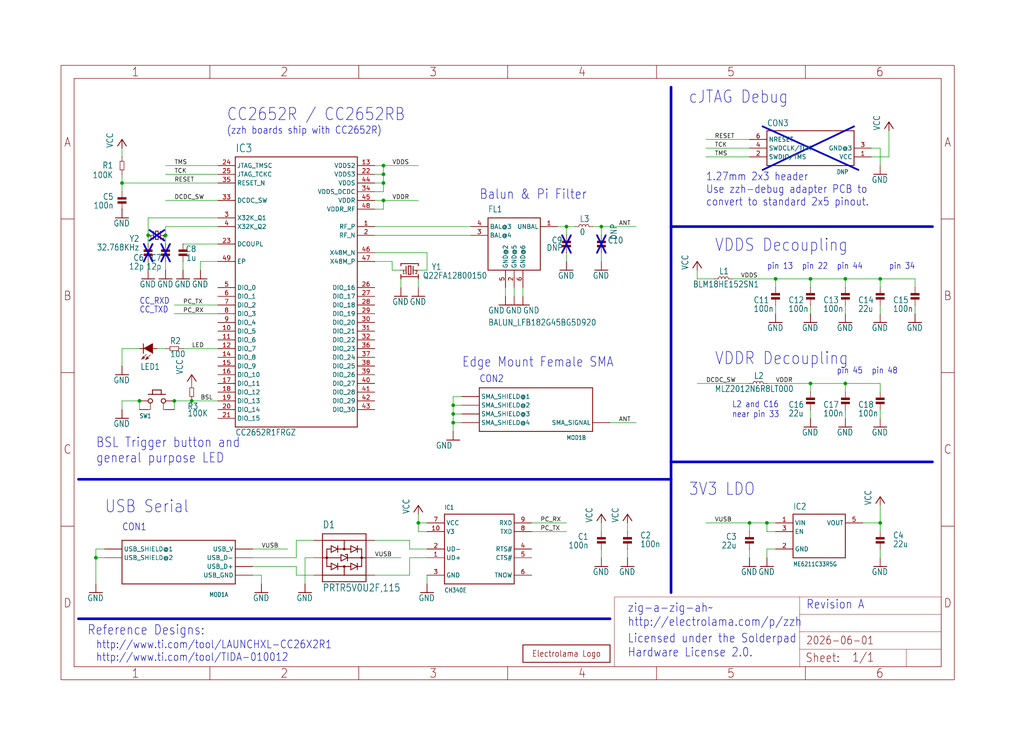
<source format=kicad_sch>
(kicad_sch (version 20230121) (generator eeschema)
  (paper "User" 298.45 217.17)
  (lib_symbols
    (symbol "working-eagle-import:32.768KHZ_Q13FC1350000400"
      (property "Reference" "Y" (at -2.54 5.08 0))
      (symbol "32.768KHZ_Q13FC1350000400_1_0"
        (text "1" (at -2.159 -1.143 0) (effects (font (size 0.8636 0.734)) (justify left bottom)))
        (text "2" (at 1.524 -1.143 0) (effects (font (size 0.8636 0.734)) (justify left bottom)))
        (pin passive line (at -2.54 0 0) (length 0) (name "1") (number "1"))
        (pin passive line (at 2.54 0 180) (length 0) (name "2") (number "2"))
      )
    )
    (symbol "working-eagle-import:48.000MHZ_CX2016DB48000C0FPLC1"
      (property "Reference" "Y" (at -2.54 5.08 0))
      (symbol "48.000MHZ_CX2016DB48000C0FPLC1_1_0"
        (text "1" (at -2.159 -1.143 0) (effects (font (size 0.8636 0.734)) (justify left bottom)))
        (text "2" (at 1.524 -1.143 0) (effects (font (size 0.8636 0.734)) (justify left bottom)))
        (pin passive line (at -2.54 0 0) (length 0) (name "1") (number "1"))
        (pin bidirectional line (at -2.54 -2.54 90) (length 0) (name "2") (number "2"))
        (pin passive line (at 2.54 0 180) (length 0) (name "3") (number "3"))
        (pin bidirectional line (at 2.54 -2.54 90) (length 0) (name "4") (number "4"))
      )
    )
    (symbol "working-eagle-import:A4L-LOC"
      (symbol "A4L-LOC_1_0"
        (text "${#}/${##}" (at 230.505 5.08 0) (effects (font (size 2.54 2.159)) (justify left bottom)))
        (text "${CURRENT_DATE}" (at 217.17 10.16 0) (effects (font (size 2.286 1.9431)) (justify left bottom)))
        (text "${PROJECTNAME}" (at 217.17 15.24 0) (effects (font (size 2.54 2.159)) (justify left bottom)))
        (text "1" (at 21.6958 1.905 0) (effects (font (size 2.54 2.286))))
        (text "1" (at 21.6958 177.165 0) (effects (font (size 2.54 2.286))))
        (text "2" (at 65.0875 1.905 0) (effects (font (size 2.54 2.286))))
        (text "2" (at 65.0875 177.165 0) (effects (font (size 2.54 2.286))))
        (text "3" (at 108.4792 1.905 0) (effects (font (size 2.54 2.286))))
        (text "3" (at 108.4792 177.165 0) (effects (font (size 2.54 2.286))))
        (text "4" (at 151.8708 1.905 0) (effects (font (size 2.54 2.286))))
        (text "4" (at 151.8708 177.165 0) (effects (font (size 2.54 2.286))))
        (text "5" (at 195.2625 1.905 0) (effects (font (size 2.54 2.286))))
        (text "5" (at 195.2625 177.165 0) (effects (font (size 2.54 2.286))))
        (text "6" (at 238.6542 1.905 0) (effects (font (size 2.54 2.286))))
        (text "6" (at 238.6542 177.165 0) (effects (font (size 2.54 2.286))))
        (text "A" (at 1.905 156.6863 0) (effects (font (size 2.54 2.286))))
        (text "A" (at 258.445 156.6863 0) (effects (font (size 2.54 2.286))))
        (text "B" (at 1.905 111.9188 0) (effects (font (size 2.54 2.286))))
        (text "B" (at 258.445 111.9188 0) (effects (font (size 2.54 2.286))))
        (text "C" (at 1.905 67.1513 0) (effects (font (size 2.54 2.286))))
        (text "C" (at 258.445 67.1513 0) (effects (font (size 2.54 2.286))))
        (text "D" (at 1.905 22.3838 0) (effects (font (size 2.54 2.286))))
        (text "D" (at 258.445 22.3838 0) (effects (font (size 2.54 2.286))))
        (text "Sheet:" (at 216.916 4.953 0) (effects (font (size 2.54 2.159)) (justify left bottom)))
      )
    )
    (symbol "working-eagle-import:BALUN_LFB182G45BG5D920"
      (property "Reference" "FL" (at -7.62 7.62 0))
      (symbol "BALUN_LFB182G45BG5D920_1_0"
        (pin bidirectional line (at 12.7 2.54 180) (length 5.08) (name "UNBAL") (number "1"))
        (pin bidirectional line (at 0 -15.24 90) (length 5.08) (name "GND@5") (number "2"))
        (pin bidirectional line (at -12.7 0 0) (length 5.08) (name "BAL@4") (number "3"))
        (pin bidirectional line (at -12.7 2.54 0) (length 5.08) (name "BAL@3") (number "4"))
        (pin bidirectional line (at -2.54 -15.24 90) (length 5.08) (name "GND@2") (number "5"))
        (pin bidirectional line (at 2.54 -15.24 90) (length 5.08) (name "GND@6") (number "6"))
      )
    )
    (symbol "working-eagle-import:CAP-0402"
      (property "Reference" "C" (at -2.54 2.54 0))
      (symbol "CAP-0402_1_0"
        (pin passive line (at -2.54 0 0) (length 0) (name "1") (number "1"))
        (pin passive line (at 2.54 0 180) (length 0) (name "2") (number "2"))
      )
    )
    (symbol "working-eagle-import:CAP-0805"
      (property "Reference" "C" (at -2.54 2.54 0))
      (symbol "CAP-0805_1_0"
        (pin passive line (at -2.54 0 0) (length 0) (name "1") (number "1"))
        (pin passive line (at 2.54 0 180) (length 0) (name "2") (number "2"))
      )
    )
    (symbol "working-eagle-import:DEBUG_CORTEX-SWD/CJTAG-5PIN-CUT5"
      (property "Reference" "CON" (at -12.7 6.35 0))
      (symbol "DEBUG_CORTEX-SWD/CJTAG-5PIN-CUT5_1_0"
        (pin bidirectional line (at 17.78 -2.54 180) (length 5.08) (name "VCC") (number "1"))
        (pin bidirectional line (at -17.78 -2.54 0) (length 5.08) (name "SWDIO/TMS") (number "2"))
        (pin bidirectional line (at 17.78 0 180) (length 5.08) (name "GND@3") (number "3"))
        (pin bidirectional line (at -17.78 0 0) (length 5.08) (name "SWDCLK/TCK") (number "4"))
        (pin bidirectional line (at -17.78 2.54 0) (length 5.08) (name "NRESET") (number "6"))
      )
    )
    (symbol "working-eagle-import:DIODE-TVS-PRTR5V0U2F{dblquote}"
      (property "Reference" "D" (at -5.08 8.255 0))
      (symbol "DIODE-TVS-PRTR5V0U2F{dblquote}_1_0"
        (pin passive line (at -7.62 5.08 0) (length 2.54) (name "1") (number "1"))
        (pin passive line (at -7.62 0 0) (length 2.54) (name "2") (number "2"))
        (pin passive line (at -7.62 -5.08 0) (length 2.54) (name "3") (number "3"))
        (pin passive line (at 10.16 -5.08 180) (length 2.54) (name "4") (number "4"))
        (pin passive line (at 10.16 0 180) (length 2.54) (name "5") (number "5"))
        (pin passive line (at 10.16 5.08 180) (length 2.54) (name "6") (number "6"))
      )
    )
    (symbol "working-eagle-import:GND" (power)
      (property "Value" "GND" (at -2.54 -2.54 0))
      (symbol "GND_1_0"
        (pin power_in line (at 0 2.54 270) (length 2.54) (name "GND") (number "1"))
      )
    )
    (symbol "working-eagle-import:INDUCTOR-0402"
      (property "Reference" "L" (at -2.54 1.27 0))
      (symbol "INDUCTOR-0402_1_0"
        (pin passive line (at -2.54 0 0) (length 0) (name "1") (number "1"))
        (pin passive line (at 2.54 0 180) (length 0) (name "2") (number "2"))
      )
    )
    (symbol "working-eagle-import:INDUCTOR-0603"
      (property "Reference" "L" (at -2.54 1.27 0))
      (symbol "INDUCTOR-0603_1_0"
        (pin passive line (at -2.54 0 0) (length 0) (name "1") (number "1"))
        (pin passive line (at 2.54 0 180) (length 0) (name "2") (number "2"))
      )
    )
    (symbol "working-eagle-import:INDUCTOR-0805"
      (property "Reference" "L" (at -2.54 1.27 0))
      (symbol "INDUCTOR-0805_1_0"
        (pin passive line (at -2.54 0 0) (length 0) (name "1") (number "1"))
        (pin passive line (at 2.54 0 180) (length 0) (name "2") (number "2"))
      )
    )
    (symbol "working-eagle-import:INTERFACE-CH340E"
      (property "Reference" "U" (at -10.16 11.43 0))
      (symbol "INTERFACE-CH340E_1_0"
        (pin bidirectional line (at -15.24 -2.54 0) (length 5.08) (name "UD+") (number "1"))
        (pin bidirectional line (at -15.24 5.08 0) (length 5.08) (name "V3") (number "10"))
        (pin bidirectional line (at -15.24 0 0) (length 5.08) (name "UD-") (number "2"))
        (pin bidirectional line (at -15.24 -7.62 0) (length 5.08) (name "GND") (number "3"))
        (pin bidirectional line (at 15.24 0 180) (length 5.08) (name "RTS#") (number "4"))
        (pin bidirectional line (at 15.24 -2.54 180) (length 5.08) (name "CTS#") (number "5"))
        (pin bidirectional line (at 15.24 -7.62 180) (length 5.08) (name "TNOW") (number "6"))
        (pin bidirectional line (at -15.24 7.62 0) (length 5.08) (name "VCC") (number "7"))
        (pin bidirectional line (at 15.24 5.08 180) (length 5.08) (name "TXD") (number "8"))
        (pin bidirectional line (at 15.24 7.62 180) (length 5.08) (name "RXD") (number "9"))
      )
    )
    (symbol "working-eagle-import:LED-0603"
      (property "Reference" "LED" (at -2.3114 3.9116 0))
      (symbol "LED-0603_1_0"
        (pin passive line (at -2.54 0 0) (length 2.54) (name "A") (number "A"))
        (pin passive line (at 2.54 0 180) (length 2.54) (name "C") (number "C"))
      )
    )
    (symbol "working-eagle-import:LOGO-ELECTROLAMA"
      (symbol "LOGO-ELECTROLAMA_1_0"
        (text "Electrolama Logo" (at 0 0 0) (effects (font (size 1.778 1.5113))))
      )
    )
    (symbol "working-eagle-import:POWER-LDO-ME6211C33R5G"
      (property "Reference" "IC" (at -7.62 6.35 0))
      (symbol "POWER-LDO-ME6211C33R5G_1_0"
        (pin bidirectional line (at -12.7 2.54 0) (length 5.08) (name "VIN") (number "1"))
        (pin bidirectional line (at -12.7 -5.08 0) (length 5.08) (name "GND") (number "2"))
        (pin bidirectional line (at -12.7 0 0) (length 5.08) (name "EN") (number "3"))
        (pin bidirectional line (at 12.7 2.54 180) (length 5.08) (name "VOUT") (number "5"))
      )
    )
    (symbol "working-eagle-import:PUSHBUTTON-K2-1177SW-D4DW-06"
      (property "Reference" "SW" (at 3.175 3.175 0))
      (symbol "PUSHBUTTON-K2-1177SW-D4DW-06_1_0"
        (pin bidirectional line (at -5.08 0 0) (length 2.54) (name "1_1") (number "1"))
        (pin bidirectional line (at -5.08 -2.54 0) (length 2.54) (name "1_2") (number "2"))
        (pin bidirectional line (at 5.08 0 180) (length 2.54) (name "2_1") (number "3"))
        (pin bidirectional line (at 5.08 -2.54 180) (length 2.54) (name "2_2") (number "4"))
      )
    )
    (symbol "working-eagle-import:RES-0402"
      (property "Reference" "R" (at -2.54 1.27 0))
      (symbol "RES-0402_1_0"
        (pin passive line (at -2.54 0 0) (length 0) (name "1") (number "1"))
        (pin passive line (at 2.54 0 180) (length 0) (name "2") (number "2"))
      )
    )
    (symbol "working-eagle-import:VCC" (power)
      (property "Value" "VCC" (at -2.54 -2.54 90))
      (symbol "VCC_1_0"
        (pin power_in line (at 0 -2.54 90) (length 2.54) (name "VCC") (number "1"))
      )
    )
    (symbol "working-eagle-import:WMCU-CC2652R1FRGZ"
      (property "Reference" "IC" (at -17.78 39.37 0))
      (symbol "WMCU-CC2652R1FRGZ_1_0"
        (pin bidirectional line (at 22.86 17.78 180) (length 5.08) (name "RF_P") (number "1"))
        (pin bidirectional line (at -22.86 -12.7 0) (length 5.08) (name "DIO_5") (number "10"))
        (pin bidirectional line (at -22.86 -15.24 0) (length 5.08) (name "DIO_6") (number "11"))
        (pin bidirectional line (at -22.86 -17.78 0) (length 5.08) (name "DIO_7") (number "12"))
        (pin bidirectional line (at 22.86 35.56 180) (length 5.08) (name "VDDS2") (number "13"))
        (pin bidirectional line (at -22.86 -20.32 0) (length 5.08) (name "DIO_8") (number "14"))
        (pin bidirectional line (at -22.86 -22.86 0) (length 5.08) (name "DIO_9") (number "15"))
        (pin bidirectional line (at -22.86 -25.4 0) (length 5.08) (name "DIO_10") (number "16"))
        (pin bidirectional line (at -22.86 -27.94 0) (length 5.08) (name "DIO_11") (number "17"))
        (pin bidirectional line (at -22.86 -30.48 0) (length 5.08) (name "DIO_12") (number "18"))
        (pin bidirectional line (at -22.86 -33.02 0) (length 5.08) (name "DIO_13") (number "19"))
        (pin bidirectional line (at 22.86 15.24 180) (length 5.08) (name "RF_N") (number "2"))
        (pin bidirectional line (at -22.86 -35.56 0) (length 5.08) (name "DIO_14") (number "20"))
        (pin bidirectional line (at -22.86 -38.1 0) (length 5.08) (name "DIO_15") (number "21"))
        (pin bidirectional line (at 22.86 33.02 180) (length 5.08) (name "VDDS3") (number "22"))
        (pin bidirectional line (at -22.86 12.7 0) (length 5.08) (name "DCOUPL") (number "23"))
        (pin bidirectional line (at -22.86 35.56 0) (length 5.08) (name "JTAG_TMSC") (number "24"))
        (pin bidirectional line (at -22.86 33.02 0) (length 5.08) (name "JTAG_TCKC") (number "25"))
        (pin bidirectional line (at 22.86 0 180) (length 5.08) (name "DIO_16") (number "26"))
        (pin bidirectional line (at 22.86 -2.54 180) (length 5.08) (name "DIO_17") (number "27"))
        (pin bidirectional line (at 22.86 -5.08 180) (length 5.08) (name "DIO_18") (number "28"))
        (pin bidirectional line (at 22.86 -7.62 180) (length 5.08) (name "DIO_19") (number "29"))
        (pin bidirectional line (at -22.86 20.32 0) (length 5.08) (name "X32K_Q1") (number "3"))
        (pin bidirectional line (at 22.86 -10.16 180) (length 5.08) (name "DIO_20") (number "30"))
        (pin bidirectional line (at 22.86 -12.7 180) (length 5.08) (name "DIO_21") (number "31"))
        (pin bidirectional line (at 22.86 -15.24 180) (length 5.08) (name "DIO_22") (number "32"))
        (pin bidirectional line (at -22.86 25.4 0) (length 5.08) (name "DCDC_SW") (number "33"))
        (pin bidirectional line (at 22.86 27.94 180) (length 5.08) (name "VDDS_DCDC") (number "34"))
        (pin bidirectional line (at -22.86 30.48 0) (length 5.08) (name "RESET_N") (number "35"))
        (pin bidirectional line (at 22.86 -17.78 180) (length 5.08) (name "DIO_23") (number "36"))
        (pin bidirectional line (at 22.86 -20.32 180) (length 5.08) (name "DIO_24") (number "37"))
        (pin bidirectional line (at 22.86 -22.86 180) (length 5.08) (name "DIO_25") (number "38"))
        (pin bidirectional line (at 22.86 -25.4 180) (length 5.08) (name "DIO_26") (number "39"))
        (pin bidirectional line (at -22.86 17.78 0) (length 5.08) (name "X32K_Q2") (number "4"))
        (pin bidirectional line (at 22.86 -27.94 180) (length 5.08) (name "DIO_27") (number "40"))
        (pin bidirectional line (at 22.86 -30.48 180) (length 5.08) (name "DIO_28") (number "41"))
        (pin bidirectional line (at 22.86 -33.02 180) (length 5.08) (name "DIO_29") (number "42"))
        (pin bidirectional line (at 22.86 -35.56 180) (length 5.08) (name "DIO_30") (number "43"))
        (pin bidirectional line (at 22.86 30.48 180) (length 5.08) (name "VDDS") (number "44"))
        (pin bidirectional line (at 22.86 25.4 180) (length 5.08) (name "VDDR") (number "45"))
        (pin bidirectional line (at 22.86 10.16 180) (length 5.08) (name "X48M_N") (number "46"))
        (pin bidirectional line (at 22.86 7.62 180) (length 5.08) (name "X48M_P") (number "47"))
        (pin bidirectional line (at 22.86 22.86 180) (length 5.08) (name "VDDR_RF") (number "48"))
        (pin bidirectional line (at -22.86 7.62 0) (length 5.08) (name "EP") (number "49"))
        (pin bidirectional line (at -22.86 0 0) (length 5.08) (name "DIO_0") (number "5"))
        (pin bidirectional line (at -22.86 -2.54 0) (length 5.08) (name "DIO_1") (number "6"))
        (pin bidirectional line (at -22.86 -5.08 0) (length 5.08) (name "DIO_2") (number "7"))
        (pin bidirectional line (at -22.86 -7.62 0) (length 5.08) (name "DIO_3") (number "8"))
        (pin bidirectional line (at -22.86 -10.16 0) (length 5.08) (name "DIO_4") (number "9"))
      )
    )
    (symbol "working-eagle-import:ZZH_MODULE"
      (property "Reference" "MOD" (at -17.78 6.35 0))
      (symbol "ZZH_MODULE_1_0"
        (pin bidirectional line (at 20.32 -2.54 180) (length 5.08) (name "USB_D+") (number "USB_D+"))
        (pin bidirectional line (at 20.32 0 180) (length 5.08) (name "USB_D-") (number "USB_D-"))
        (pin bidirectional line (at 20.32 -5.08 180) (length 5.08) (name "USB_GND") (number "USB_GND"))
        (pin bidirectional line (at -22.86 2.54 0) (length 5.08) (name "USB_SHIELD@1") (number "USB_SHIELD_1"))
        (pin bidirectional line (at -22.86 0 0) (length 5.08) (name "USB_SHIELD@2") (number "USB_SHIELD_2"))
        (pin bidirectional line (at 20.32 2.54 180) (length 5.08) (name "USB_V") (number "USB_V"))
      )
      (symbol "ZZH_MODULE_2_0"
        (pin bidirectional line (at -22.86 2.54 0) (length 5.08) (name "SMA_SHIELD@1") (number "SMA_SHIELD_1"))
        (pin bidirectional line (at -22.86 0 0) (length 5.08) (name "SMA_SHIELD@2") (number "SMA_SHIELD_2"))
        (pin bidirectional line (at -22.86 -2.54 0) (length 5.08) (name "SMA_SHIELD@3") (number "SMA_SHIELD_3"))
        (pin bidirectional line (at -22.86 -5.08 0) (length 5.08) (name "SMA_SHIELD@4") (number "SMA_SHIELD_4"))
        (pin bidirectional line (at 20.32 -5.08 180) (length 5.08) (name "SMA_SIGNAL") (number "SMA_SIGNAL"))
      )
    )
  )
  (junction (at 165.1 66.04))
  (junction (at 236.22 81.28))
  (junction (at 256.54 81.28))
  (junction (at 27.94 162.56))
  (junction (at 246.38 111.76))
  (junction (at 132.08 120.65))
  (junction (at 55.88 116.84))
  (junction (at 132.08 118.11))
  (junction (at 132.08 123.19))
  (junction (at 40.64 116.84))
  (junction (at 218.44 152.4))
  (junction (at 236.22 111.76))
  (junction (at 48.26 68.58))
  (junction (at 111.76 50.8))
  (junction (at 223.52 152.4))
  (junction (at 111.76 58.42))
  (junction (at 111.76 53.34))
  (junction (at 43.18 68.58))
  (junction (at 256.54 152.4))
  (junction (at 175.26 66.04))
  (junction (at 121.92 152.4))
  (junction (at 246.38 81.28))
  (junction (at 226.06 81.28))
  (junction (at 35.56 53.34))
  (junction (at 111.76 48.26))
  (junction (at 50.8 116.84))
  (wire (pts (xy 218.44 40.64) (xy 205.74 40.64)) (stroke (width 0.1524)))
  (wire (pts (xy 134.62 123.19) (xy 132.08 123.19)) (stroke (width 0.1524)))
  (wire (pts (xy 165.1 76.2) (xy 165.1 73.66)) (stroke (width 0.1524)))
  (wire (pts (xy 256.54 91.44) (xy 256.54 88.9)) (stroke (width 0.1524)))
  (wire (pts (xy 256.54 160.02) (xy 256.54 162.56)) (stroke (width 0.1524)))
  (wire (pts (xy 165.1 68.58) (xy 165.1 66.04)) (stroke (width 0.1524)))
  (wire (pts (xy 246.38 111.76) (xy 256.54 111.76)) (stroke (width 0.1524)))
  (polyline (pts (xy 195.58 139.7) (xy 195.58 172.72)) (stroke (width 0.762) (type solid)))
  (wire (pts (xy 236.22 111.76) (xy 246.38 111.76)) (stroke (width 0.1524)))
  (wire (pts (xy 134.62 118.11) (xy 132.08 118.11)) (stroke (width 0.1524)))
  (wire (pts (xy 256.54 152.4) (xy 256.54 154.94)) (stroke (width 0.1524)))
  (wire (pts (xy 119.38 162.56) (xy 119.38 167.64)) (stroke (width 0.1524)))
  (wire (pts (xy 154.94 154.94) (xy 165.1 154.94)) (stroke (width 0.1524)))
  (wire (pts (xy 124.46 73.66) (xy 124.46 78.74)) (stroke (width 0.1524)))
  (wire (pts (xy 48.26 71.12) (xy 48.26 68.58)) (stroke (width 0.1524)))
  (wire (pts (xy 63.5 48.26) (xy 48.26 48.26)) (stroke (width 0.1524)))
  (wire (pts (xy 203.2 81.28) (xy 203.2 78.74)) (stroke (width 0.1524)))
  (polyline (pts (xy 195.58 134.62) (xy 271.78 134.62)) (stroke (width 0.762) (type solid)))
  (wire (pts (xy 53.34 76.2) (xy 53.34 78.74)) (stroke (width 0.1524)))
  (polyline (pts (xy 195.58 66.04) (xy 271.78 66.04)) (stroke (width 0.762) (type solid)))
  (wire (pts (xy 116.84 83.82) (xy 116.84 81.28)) (stroke (width 0.1524)))
  (wire (pts (xy 152.4 86.36) (xy 152.4 83.82)) (stroke (width 0.1524)))
  (wire (pts (xy 254 45.72) (xy 259.08 45.72)) (stroke (width 0.1524)))
  (wire (pts (xy 40.64 116.84) (xy 35.56 116.84)) (stroke (width 0.1524)))
  (wire (pts (xy 124.46 154.94) (xy 121.92 154.94)) (stroke (width 0.1524)))
  (wire (pts (xy 259.08 45.72) (xy 259.08 38.1)) (stroke (width 0.1524)))
  (wire (pts (xy 226.06 160.02) (xy 223.52 160.02)) (stroke (width 0.1524)))
  (wire (pts (xy 223.52 152.4) (xy 226.06 152.4)) (stroke (width 0.1524)))
  (polyline (pts (xy 49.53 71.12) (xy 46.99 76.2)) (stroke (width 0.508) (type solid)))
  (wire (pts (xy 165.1 66.04) (xy 162.56 66.04)) (stroke (width 0.1524)))
  (wire (pts (xy 63.5 58.42) (xy 48.26 58.42)) (stroke (width 0.1524)))
  (wire (pts (xy 236.22 81.28) (xy 246.38 81.28)) (stroke (width 0.1524)))
  (wire (pts (xy 73.66 160.02) (xy 83.82 160.02)) (stroke (width 0.1524)))
  (wire (pts (xy 53.34 101.6) (xy 63.5 101.6)) (stroke (width 0.1524)))
  (wire (pts (xy 226.06 83.82) (xy 226.06 81.28)) (stroke (width 0.1524)))
  (wire (pts (xy 182.88 152.4) (xy 182.88 154.94)) (stroke (width 0.1524)))
  (wire (pts (xy 50.8 116.84) (xy 55.88 116.84)) (stroke (width 0.1524)))
  (polyline (pts (xy 44.45 71.12) (xy 41.91 76.2)) (stroke (width 0.508) (type solid)))
  (wire (pts (xy 109.22 48.26) (xy 111.76 48.26)) (stroke (width 0.1524)))
  (wire (pts (xy 246.38 83.82) (xy 246.38 81.28)) (stroke (width 0.1524)))
  (wire (pts (xy 223.52 111.76) (xy 236.22 111.76)) (stroke (width 0.1524)))
  (wire (pts (xy 40.64 101.6) (xy 35.56 101.6)) (stroke (width 0.1524)))
  (wire (pts (xy 132.08 120.65) (xy 132.08 123.19)) (stroke (width 0.1524)))
  (wire (pts (xy 86.36 157.48) (xy 91.44 157.48)) (stroke (width 0.1524)))
  (wire (pts (xy 137.16 66.04) (xy 109.22 66.04)) (stroke (width 0.1524)))
  (wire (pts (xy 45.72 101.6) (xy 48.26 101.6)) (stroke (width 0.1524)))
  (wire (pts (xy 121.92 154.94) (xy 121.92 152.4)) (stroke (width 0.1524)))
  (wire (pts (xy 256.54 43.18) (xy 254 43.18)) (stroke (width 0.1524)))
  (wire (pts (xy 137.16 68.58) (xy 109.22 68.58)) (stroke (width 0.1524)))
  (wire (pts (xy 246.38 81.28) (xy 256.54 81.28)) (stroke (width 0.1524)))
  (wire (pts (xy 73.66 167.64) (xy 76.2 167.64)) (stroke (width 0.1524)))
  (wire (pts (xy 154.94 152.4) (xy 165.1 152.4)) (stroke (width 0.1524)))
  (wire (pts (xy 43.18 71.12) (xy 43.18 68.58)) (stroke (width 0.1524)))
  (wire (pts (xy 246.38 121.92) (xy 246.38 119.38)) (stroke (width 0.1524)))
  (polyline (pts (xy 166.37 68.58) (xy 163.83 73.66)) (stroke (width 0.508) (type solid)))
  (wire (pts (xy 226.06 91.44) (xy 226.06 88.9)) (stroke (width 0.1524)))
  (wire (pts (xy 109.22 60.96) (xy 111.76 60.96)) (stroke (width 0.1524)))
  (wire (pts (xy 175.26 162.56) (xy 175.26 160.02)) (stroke (width 0.1524)))
  (wire (pts (xy 175.26 152.4) (xy 175.26 154.94)) (stroke (width 0.1524)))
  (wire (pts (xy 266.7 91.44) (xy 266.7 88.9)) (stroke (width 0.1524)))
  (wire (pts (xy 88.9 162.56) (xy 88.9 170.18)) (stroke (width 0.1524)))
  (wire (pts (xy 35.56 116.84) (xy 35.56 119.38)) (stroke (width 0.1524)))
  (wire (pts (xy 256.54 43.18) (xy 256.54 48.26)) (stroke (width 0.1524)))
  (wire (pts (xy 226.06 154.94) (xy 223.52 154.94)) (stroke (width 0.1524)))
  (wire (pts (xy 86.36 162.56) (xy 86.36 157.48)) (stroke (width 0.1524)))
  (wire (pts (xy 236.22 114.3) (xy 236.22 111.76)) (stroke (width 0.1524)))
  (wire (pts (xy 111.76 58.42) (xy 121.92 58.42)) (stroke (width 0.1524)))
  (polyline (pts (xy 195.58 25.4) (xy 195.58 66.04)) (stroke (width 0.762) (type solid)))
  (wire (pts (xy 256.54 111.76) (xy 256.54 114.3)) (stroke (width 0.1524)))
  (wire (pts (xy 121.92 83.82) (xy 121.92 81.28)) (stroke (width 0.1524)))
  (wire (pts (xy 63.5 66.04) (xy 48.26 66.04)) (stroke (width 0.1524)))
  (wire (pts (xy 35.56 53.34) (xy 35.56 55.88)) (stroke (width 0.1524)))
  (wire (pts (xy 251.46 152.4) (xy 256.54 152.4)) (stroke (width 0.1524)))
  (wire (pts (xy 147.32 86.36) (xy 147.32 83.82)) (stroke (width 0.1524)))
  (polyline (pts (xy 222.25 36.83) (xy 250.19 49.53)) (stroke (width 0.508) (type solid)))
  (wire (pts (xy 185.42 66.04) (xy 175.26 66.04)) (stroke (width 0.1524)))
  (wire (pts (xy 236.22 83.82) (xy 236.22 81.28)) (stroke (width 0.1524)))
  (wire (pts (xy 124.46 152.4) (xy 121.92 152.4)) (stroke (width 0.1524)))
  (polyline (pts (xy 43.561 67.056) (xy 47.879 70.104)) (stroke (width 0.508) (type solid)))
  (polyline (pts (xy 22.86 180.34) (xy 177.8 180.34)) (stroke (width 0.762) (type solid)))
  (wire (pts (xy 266.7 81.28) (xy 266.7 83.82)) (stroke (width 0.1524)))
  (wire (pts (xy 63.5 88.9) (xy 50.8 88.9)) (stroke (width 0.1524)))
  (wire (pts (xy 218.44 111.76) (xy 203.2 111.76)) (stroke (width 0.1524)))
  (polyline (pts (xy 222.25 49.53) (xy 248.92 36.83)) (stroke (width 0.508) (type solid)))
  (wire (pts (xy 63.5 50.8) (xy 48.26 50.8)) (stroke (width 0.1524)))
  (wire (pts (xy 124.46 78.74) (xy 121.92 78.74)) (stroke (width 0.1524)))
  (wire (pts (xy 246.38 114.3) (xy 246.38 111.76)) (stroke (width 0.1524)))
  (wire (pts (xy 58.42 76.2) (xy 63.5 76.2)) (stroke (width 0.1524)))
  (wire (pts (xy 48.26 66.04) (xy 48.26 68.58)) (stroke (width 0.1524)))
  (wire (pts (xy 63.5 53.34) (xy 35.56 53.34)) (stroke (width 0.1524)))
  (wire (pts (xy 218.44 43.18) (xy 205.74 43.18)) (stroke (width 0.1524)))
  (wire (pts (xy 111.76 60.96) (xy 111.76 58.42)) (stroke (width 0.1524)))
  (wire (pts (xy 111.76 53.34) (xy 111.76 50.8)) (stroke (width 0.1524)))
  (wire (pts (xy 223.52 160.02) (xy 223.52 162.56)) (stroke (width 0.1524)))
  (wire (pts (xy 218.44 152.4) (xy 223.52 152.4)) (stroke (width 0.1524)))
  (wire (pts (xy 236.22 91.44) (xy 236.22 88.9)) (stroke (width 0.1524)))
  (wire (pts (xy 134.62 120.65) (xy 132.08 120.65)) (stroke (width 0.1524)))
  (wire (pts (xy 256.54 83.82) (xy 256.54 81.28)) (stroke (width 0.1524)))
  (wire (pts (xy 149.86 86.36) (xy 149.86 83.82)) (stroke (width 0.1524)))
  (wire (pts (xy 109.22 50.8) (xy 111.76 50.8)) (stroke (width 0.1524)))
  (wire (pts (xy 116.84 78.74) (xy 114.3 78.74)) (stroke (width 0.1524)))
  (wire (pts (xy 35.56 50.8) (xy 35.56 53.34)) (stroke (width 0.1524)))
  (wire (pts (xy 111.76 50.8) (xy 111.76 48.26)) (stroke (width 0.1524)))
  (polyline (pts (xy 47.879 67.056) (xy 43.561 70.104)) (stroke (width 0.508) (type solid)))
  (wire (pts (xy 124.46 167.64) (xy 124.46 170.18)) (stroke (width 0.1524)))
  (wire (pts (xy 124.46 162.56) (xy 119.38 162.56)) (stroke (width 0.1524)))
  (wire (pts (xy 218.44 160.02) (xy 218.44 162.56)) (stroke (width 0.1524)))
  (wire (pts (xy 175.26 68.58) (xy 175.26 66.04)) (stroke (width 0.1524)))
  (wire (pts (xy 48.26 76.2) (xy 48.26 78.74)) (stroke (width 0.1524)))
  (wire (pts (xy 132.08 118.11) (xy 132.08 120.65)) (stroke (width 0.1524)))
  (wire (pts (xy 119.38 160.02) (xy 124.46 160.02)) (stroke (width 0.1524)))
  (wire (pts (xy 35.56 101.6) (xy 35.56 106.68)) (stroke (width 0.1524)))
  (wire (pts (xy 119.38 157.48) (xy 119.38 160.02)) (stroke (width 0.1524)))
  (wire (pts (xy 73.66 165.1) (xy 86.36 165.1)) (stroke (width 0.1524)))
  (wire (pts (xy 86.36 165.1) (xy 86.36 167.64)) (stroke (width 0.1524)))
  (wire (pts (xy 63.5 91.44) (xy 50.8 91.44)) (stroke (width 0.1524)))
  (wire (pts (xy 213.36 81.28) (xy 226.06 81.28)) (stroke (width 0.1524)))
  (polyline (pts (xy 22.86 139.7) (xy 195.58 139.7)) (stroke (width 0.762) (type solid)))
  (wire (pts (xy 182.88 162.56) (xy 182.88 160.02)) (stroke (width 0.1524)))
  (wire (pts (xy 109.22 73.66) (xy 124.46 73.66)) (stroke (width 0.1524)))
  (wire (pts (xy 256.54 147.32) (xy 256.54 152.4)) (stroke (width 0.1524)))
  (wire (pts (xy 226.06 81.28) (xy 236.22 81.28)) (stroke (width 0.1524)))
  (wire (pts (xy 27.94 160.02) (xy 27.94 162.56)) (stroke (width 0.1524)))
  (polyline (pts (xy 46.99 71.12) (xy 49.53 76.2)) (stroke (width 0.508) (type solid)))
  (polyline (pts (xy 173.99 68.58) (xy 176.53 73.66)) (stroke (width 0.508) (type solid)))
  (wire (pts (xy 50.8 119.38) (xy 50.8 116.84)) (stroke (width 0.1524)))
  (wire (pts (xy 73.66 162.56) (xy 86.36 162.56)) (stroke (width 0.1524)))
  (wire (pts (xy 256.54 81.28) (xy 266.7 81.28)) (stroke (width 0.1524)))
  (wire (pts (xy 40.64 119.38) (xy 40.64 116.84)) (stroke (width 0.1524)))
  (wire (pts (xy 132.08 123.19) (xy 132.08 125.73)) (stroke (width 0.1524)))
  (wire (pts (xy 114.3 78.74) (xy 114.3 76.2)) (stroke (width 0.1524)))
  (wire (pts (xy 109.22 53.34) (xy 111.76 53.34)) (stroke (width 0.1524)))
  (wire (pts (xy 246.38 91.44) (xy 246.38 88.9)) (stroke (width 0.1524)))
  (wire (pts (xy 35.56 43.18) (xy 35.56 45.72)) (stroke (width 0.1524)))
  (wire (pts (xy 109.22 162.56) (xy 116.84 162.56)) (stroke (width 0.1524)))
  (wire (pts (xy 55.88 116.84) (xy 63.5 116.84)) (stroke (width 0.1524)))
  (wire (pts (xy 172.72 66.04) (xy 175.26 66.04)) (stroke (width 0.1524)))
  (wire (pts (xy 109.22 58.42) (xy 111.76 58.42)) (stroke (width 0.1524)))
  (wire (pts (xy 208.28 81.28) (xy 203.2 81.28)) (stroke (width 0.1524)))
  (wire (pts (xy 111.76 48.26) (xy 121.92 48.26)) (stroke (width 0.1524)))
  (wire (pts (xy 236.22 121.92) (xy 236.22 119.38)) (stroke (width 0.1524)))
  (wire (pts (xy 223.52 154.94) (xy 223.52 152.4)) (stroke (width 0.1524)))
  (wire (pts (xy 109.22 55.88) (xy 111.76 55.88)) (stroke (width 0.1524)))
  (wire (pts (xy 175.26 76.2) (xy 175.26 73.66)) (stroke (width 0.1524)))
  (wire (pts (xy 114.3 76.2) (xy 109.22 76.2)) (stroke (width 0.1524)))
  (wire (pts (xy 43.18 76.2) (xy 43.18 78.74)) (stroke (width 0.1524)))
  (wire (pts (xy 132.08 115.57) (xy 132.08 118.11)) (stroke (width 0.1524)))
  (wire (pts (xy 30.48 162.56) (xy 27.94 162.56)) (stroke (width 0.1524)))
  (wire (pts (xy 43.18 63.5) (xy 43.18 68.58)) (stroke (width 0.1524)))
  (wire (pts (xy 256.54 121.92) (xy 256.54 119.38)) (stroke (width 0.1524)))
  (wire (pts (xy 109.22 167.64) (xy 119.38 167.64)) (stroke (width 0.1524)))
  (polyline (pts (xy 163.83 68.58) (xy 166.37 73.66)) (stroke (width 0.508) (type solid)))
  (wire (pts (xy 167.64 66.04) (xy 165.1 66.04)) (stroke (width 0.1524)))
  (wire (pts (xy 58.42 78.74) (xy 58.42 76.2)) (stroke (width 0.1524)))
  (wire (pts (xy 109.22 157.48) (xy 119.38 157.48)) (stroke (width 0.1524)))
  (wire (pts (xy 111.76 55.88) (xy 111.76 53.34)) (stroke (width 0.1524)))
  (wire (pts (xy 27.94 162.56) (xy 27.94 170.18)) (stroke (width 0.1524)))
  (polyline (pts (xy 195.58 66.04) (xy 195.58 134.62)) (stroke (width 0.762) (type solid)))
  (wire (pts (xy 91.44 162.56) (xy 88.9 162.56)) (stroke (width 0.1524)))
  (polyline (pts (xy 41.91 71.12) (xy 44.45 76.2)) (stroke (width 0.508) (type solid)))
  (wire (pts (xy 134.62 115.57) (xy 132.08 115.57)) (stroke (width 0.1524)))
  (wire (pts (xy 177.8 123.19) (xy 185.42 123.19)) (stroke (width 0.1524)))
  (wire (pts (xy 86.36 167.64) (xy 91.44 167.64)) (stroke (width 0.1524)))
  (wire (pts (xy 218.44 45.72) (xy 205.74 45.72)) (stroke (width 0.1524)))
  (wire (pts (xy 63.5 71.12) (xy 53.34 71.12)) (stroke (width 0.1524)))
  (polyline (pts (xy 176.53 68.58) (xy 173.99 73.66)) (stroke (width 0.508) (type solid)))
  (wire (pts (xy 218.44 152.4) (xy 205.74 152.4)) (stroke (width 0.1524)))
  (wire (pts (xy 121.92 152.4) (xy 121.92 149.86)) (stroke (width 0.1524)))
  (wire (pts (xy 30.48 160.02) (xy 27.94 160.02)) (stroke (width 0.1524)))
  (wire (pts (xy 76.2 167.64) (xy 76.2 170.18)) (stroke (width 0.1524)))
  (polyline (pts (xy 195.58 134.62) (xy 195.58 139.7)) (stroke (width 0.762) (type solid)))
  (wire (pts (xy 218.44 154.94) (xy 218.44 152.4)) (stroke (width 0.1524)))
  (wire (pts (xy 63.5 63.5) (xy 43.18 63.5)) (stroke (width 0.1524)))
  (text "BSL Trigger button and\ngeneral purpose LED" (at 27.94 135.255 0) (effects (font (size 2.794 2.3749)) (justify left bottom)))
  (text "CON2" (at 139.7 111.76 0) (effects (font (size 2.032 1.7272)) (justify left bottom)))
  (text "VDDR Decoupling" (at 208.28 106.68 0) (effects (font (size 3.556 3.0226)) (justify left bottom)))
  (text "pin 22" (at 233.68 78.74 0) (effects (font (size 1.778 1.5113)) (justify left bottom)))
  (text "USB Serial" (at 30.48 149.86 0) (effects (font (size 3.556 3.0226)) (justify left bottom)))
  (text "Reference Designs:" (at 25.4 185.42 0) (effects (font (size 2.794 2.3749)) (justify left bottom)))
  (text "http://www.ti.com/tool/LAUNCHXL-CC26X2R1\nhttp://www.ti.com/tool/TIDA-010012" (at 27.94 193.04 0) (effects (font (size 2.286 1.9431)) (justify left bottom)))
  (text "CC_TXD" (at 40.64 91.44 0) (effects (font (size 1.778 1.5113)) (justify left bottom)))
  (text "CC_RXD" (at 40.64 88.9 0) (effects (font (size 1.778 1.5113)) (justify left bottom)))
  (text "pin 48" (at 254 109.22 0) (effects (font (size 1.778 1.5113)) (justify left bottom)))
  (text "zig-a-zig-ah~\nhttp://electrolama.com/p/zzh" (at 182.88 182.88 0) (effects (font (size 2.54 2.159)) (justify left bottom)))
  (text "pin 45" (at 243.84 109.22 0) (effects (font (size 1.778 1.5113)) (justify left bottom)))
  (text "L2 and C16\nnear pin 33" (at 213.36 121.92 0) (effects (font (size 1.778 1.5113)) (justify left bottom)))
  (text "cJTAG Debug" (at 200.66 30.48 0) (effects (font (size 3.556 3.0226)) (justify left bottom)))
  (text "pin 44" (at 243.84 78.74 0) (effects (font (size 1.778 1.5113)) (justify left bottom)))
  (text "Licensed under the Solderpad\nHardware License 2.0." (at 182.88 191.77 0) (effects (font (size 2.54 2.159)) (justify left bottom)))
  (text "CON1" (at 35.56 154.94 0) (effects (font (size 2.032 1.7272)) (justify left bottom)))
  (text "3V3 LDO" (at 200.66 144.78 0) (effects (font (size 3.556 3.0226)) (justify left bottom)))
  (text "pin 13" (at 223.52 78.74 0) (effects (font (size 1.778 1.5113)) (justify left bottom)))
  (text "1.27mm 2x3 header\nUse zzh-debug adapter PCB to\nconvert to standard 2x5 pinout." (at 205.74 60.325 0) (effects (font (size 2.286 1.9431)) (justify left bottom)))
  (text "Edge Mount Female SMA" (at 134.62 107.315 0) (effects (font (size 2.794 2.3749)) (justify left bottom)))
  (text "pin 34" (at 259.08 78.74 0) (effects (font (size 1.778 1.5113)) (justify left bottom)))
  (text "CC2652R / CC2652RB" (at 66.04 35.56 0) (effects (font (size 3.556 3.0226)) (justify left bottom)))
  (text "Balun & Pi Filter" (at 139.7 58.42 0) (effects (font (size 2.794 2.3749)) (justify left bottom)))
  (text "VDDS Decoupling" (at 208.28 73.66 0) (effects (font (size 3.556 3.0226)) (justify left bottom)))
  (text "(zzh boards ship with CC2652R)" (at 66.04 39.37 0) (effects (font (size 2.1336 1.8135)) (justify left bottom)))
  (text "Revision A" (at 234.95 177.8 0) (effects (font (size 2.54 2.159)) (justify left bottom)))
  (label "VDDS" (at 215.9 81.28 0) (effects (font (size 1.2446 1.2446))))
  (label "PC_RX" (at 53.34 91.44 0) (effects (font (size 1.2446 1.2446))))
  (label "VUSB" (at 208.28 152.4 0) (effects (font (size 1.2446 1.2446))))
  (label "VDDR" (at 114.3 58.42 0) (effects (font (size 1.2446 1.2446))))
  (label "DCDC_SW" (at 50.8 58.42 0) (effects (font (size 1.2446 1.2446))))
  (label "ANT" (at 180.34 66.04 0) (effects (font (size 1.2446 1.2446))))
  (label "DCDC_SW" (at 205.74 111.76 0) (effects (font (size 1.2446 1.2446))))
  (label "VUSB" (at 76.2 160.02 0) (effects (font (size 1.2446 1.2446))))
  (label "RESET" (at 208.28 40.64 0) (effects (font (size 1.2446 1.2446))))
  (label "TCK" (at 208.28 43.18 0) (effects (font (size 1.2446 1.2446))))
  (label "PC_RX" (at 157.48 152.4 0) (effects (font (size 1.2446 1.2446))))
  (label "VDDS" (at 114.3 48.26 0) (effects (font (size 1.2446 1.2446))))
  (label "TCK" (at 50.8 50.8 0) (effects (font (size 1.2446 1.2446))))
  (label "PC_TX" (at 53.34 88.9 0) (effects (font (size 1.2446 1.2446))))
  (label "ANT" (at 180.34 123.19 0) (effects (font (size 1.2446 1.2446))))
  (label "VUSB" (at 109.22 162.56 0) (effects (font (size 1.2446 1.2446))))
  (label "LED" (at 55.88 101.6 0) (effects (font (size 1.2446 1.2446))))
  (label "PC_TX" (at 157.48 154.94 0) (effects (font (size 1.2446 1.2446))))
  (label "BSL" (at 58.42 116.84 0) (effects (font (size 1.2446 1.2446))))
  (label "TMS" (at 208.28 45.72 0) (effects (font (size 1.2446 1.2446))))
  (label "RESET" (at 50.8 53.34 0) (effects (font (size 1.2446 1.2446))))
  (label "TMS" (at 50.8 48.26 0) (effects (font (size 1.2446 1.2446))))
  (label "VDDR" (at 226.06 111.76 0) (effects (font (size 1.2446 1.2446))))
  (symbol (lib_id "working-eagle-import:GND") (at 35.56 109.22 0) (unit 1)
    (property "Reference" "#GND35" (effects hide))
    (property "Value" "GND" (at 33.02 111.76 0) (effects (font (size 1.778 1.5113)) (justify left bottom)))
  )
  (symbol (lib_id "working-eagle-import:CAP-0402") (at 53.34 73.66 90) (unit 1)
    (property "Reference" "C8" (at 57.277 71.6026 90) (effects (font (size 1.778 1.5113)) (justify left bottom)))
    (property "Value" "1u" (at 57.277 74.1426 90) (effects (font (size 1.778 1.5113)) (justify left bottom)))
    (property "Footprint" "working:_PKG_C_0402" (effects hide))
  )
  (symbol (lib_id "working-eagle-import:VCC") (at 182.88 149.86 0) (unit 1)
    (property "Reference" "#P+6" (effects hide))
    (property "Value" "VCC" (at 180.34 152.4 90) (effects (font (size 1.778 1.5113)) (justify left bottom)))
  )
  (symbol (lib_id "working-eagle-import:CAP-0805") (at 218.44 157.48 270) (unit 1)
    (property "Reference" "C3" (at 214.757 155.4226 90) (effects (font (size 1.778 1.5113)) (justify right top)))
    (property "Value" "22u" (at 214.757 157.9626 90) (effects (font (size 1.778 1.5113)) (justify right top)))
    (property "Footprint" "working:_PKG_C_0805" (effects hide))
  )
  (symbol (lib_id "working-eagle-import:VCC") (at 175.26 149.86 0) (unit 1)
    (property "Reference" "#P+2" (effects hide))
    (property "Value" "VCC" (at 172.72 152.4 90) (effects (font (size 1.778 1.5113)) (justify left bottom)))
  )
  (symbol (lib_id "working-eagle-import:GND") (at 152.4 88.9 0) (unit 1)
    (property "Reference" "#GND5" (effects hide))
    (property "Value" "GND" (at 152.4 91.44 0) (effects (font (size 1.778 1.5113)) (justify left bottom)))
  )
  (symbol (lib_id "working-eagle-import:INDUCTOR-0805") (at 220.98 111.76 0) (unit 1)
    (property "Reference" "L2" (at 219.71 110.49 0) (effects (font (size 1.778 1.5113)) (justify left bottom)))
    (property "Value" "MLZ2012N6R8LT000" (at 208.28 114.3 0) (effects (font (size 1.778 1.5113)) (justify left bottom)))
    (property "Footprint" "working:_PKG_C_0805" (effects hide))
  )
  (symbol (lib_id "working-eagle-import:VCC") (at 256.54 144.78 0) (unit 1)
    (property "Reference" "#P+1" (effects hide))
    (property "Value" "VCC" (at 254 147.32 90) (effects (font (size 1.778 1.5113)) (justify left bottom)))
  )
  (symbol (lib_id "working-eagle-import:GND") (at 132.08 128.27 0) (unit 1)
    (property "Reference" "#GND30" (effects hide))
    (property "Value" "GND" (at 127 130.81 0) (effects (font (size 1.778 1.5113)) (justify left bottom)))
  )
  (symbol (lib_id "working-eagle-import:GND") (at 121.92 86.36 0) (unit 1)
    (property "Reference" "#GND2" (effects hide))
    (property "Value" "GND" (at 119.38 88.9 0) (effects (font (size 1.778 1.5113)) (justify left bottom)))
  )
  (symbol (lib_id "working-eagle-import:CAP-0402") (at 165.1 71.12 90) (unit 1)
    (property "Reference" "C9" (at 163.957 69.0626 90) (effects (font (size 1.778 1.5113)) (justify left bottom)))
    (property "Value" "DNP" (at 159.258 73.1774 90) (effects (font (size 1.778 1.5113)) (justify right top)))
    (property "Footprint" "working:_PKG_C_0402" (effects hide))
  )
  (symbol (lib_id "working-eagle-import:RES-0402") (at 35.56 48.26 90) (unit 1)
    (property "Reference" "R1" (at 33.02 47.2186 90) (effects (font (size 1.778 1.5113)) (justify left bottom)))
    (property "Value" "100K" (at 33.02 50.038 90) (effects (font (size 1.778 1.5113)) (justify left bottom)))
    (property "Footprint" "working:_PKG_C_0402" (effects hide))
  )
  (symbol (lib_id "working-eagle-import:PUSHBUTTON-K2-1177SW-D4DW-06") (at 45.72 116.84 0) (unit 1)
    (property "Reference" "SW1" (at 40.64 121.92 0) (effects (font (size 1.27 1.0795)) (justify left bottom)))
    (property "Value" "K2-1177SW-D4DW-06" (effects hide))
    (property "Footprint" "working:K2-1177SW-D4DW-06" (effects hide))
  )
  (symbol (lib_id "working-eagle-import:CAP-0402") (at 266.7 86.36 270) (unit 1)
    (property "Reference" "C15" (at 260.223 88.4174 90) (effects (font (size 1.778 1.5113)) (justify left bottom)))
    (property "Value" "100n" (at 260.223 90.9574 90) (effects (font (size 1.778 1.5113)) (justify left bottom)))
    (property "Footprint" "working:_PKG_C_0402" (effects hide))
  )
  (symbol (lib_id "working-eagle-import:GND") (at 236.22 124.46 0) (unit 1)
    (property "Reference" "#GND13" (effects hide))
    (property "Value" "GND" (at 233.68 127 0) (effects (font (size 1.778 1.5113)) (justify left bottom)))
  )
  (symbol (lib_id "working-eagle-import:ZZH_MODULE") (at 157.48 118.11 0) (unit 2)
    (property "Reference" "MOD1" (at 165.1 128.27 0) (effects (font (size 1.27 1.0795)) (justify left bottom)))
    (property "Value" "ZZH_MODULE" (effects hide))
    (property "Footprint" "working:ZZH_MODULE" (effects hide))
  )
  (symbol (lib_id "working-eagle-import:GND") (at 48.26 81.28 0) (unit 1)
    (property "Reference" "#GND17" (effects hide))
    (property "Value" "GND" (at 45.72 83.82 0) (effects (font (size 1.778 1.5113)) (justify left bottom)))
  )
  (symbol (lib_id "working-eagle-import:GND") (at 58.42 81.28 0) (unit 1)
    (property "Reference" "#GND26" (effects hide))
    (property "Value" "GND" (at 55.88 83.82 0) (effects (font (size 1.778 1.5113)) (justify left bottom)))
  )
  (symbol (lib_id "working-eagle-import:DEBUG_CORTEX-SWD/CJTAG-5PIN-CUT5") (at 236.22 43.18 0) (unit 1)
    (property "Reference" "CON3" (at 223.52 36.83 0) (effects (font (size 1.778 1.5113)) (justify left bottom)))
    (property "Value" "DNP" (at 243.84 50.8 0) (effects (font (size 1.27 1.0795)) (justify left bottom)))
    (property "Footprint" "working:DEBUG_CORTEX_5PIN" (effects hide))
  )
  (symbol (lib_id "working-eagle-import:GND") (at 182.88 165.1 0) (unit 1)
    (property "Reference" "#GND29" (effects hide))
    (property "Value" "GND" (at 180.34 167.64 0) (effects (font (size 1.778 1.5113)) (justify left bottom)))
  )
  (symbol (lib_id "working-eagle-import:VCC") (at 203.2 76.2 0) (unit 1)
    (property "Reference" "#P+4" (effects hide))
    (property "Value" "VCC" (at 200.66 78.74 90) (effects (font (size 1.778 1.5113)) (justify left bottom)))
  )
  (symbol (lib_id "working-eagle-import:VCC") (at 259.08 35.56 0) (unit 1)
    (property "Reference" "#P+5" (effects hide))
    (property "Value" "VCC" (at 256.54 38.1 90) (effects (font (size 1.778 1.5113)) (justify left bottom)))
  )
  (symbol (lib_id "working-eagle-import:GND") (at 124.46 172.72 0) (unit 1)
    (property "Reference" "#GND20" (effects hide))
    (property "Value" "GND" (at 121.92 175.26 0) (effects (font (size 1.778 1.5113)) (justify left bottom)))
  )
  (symbol (lib_id "working-eagle-import:CAP-0805") (at 256.54 157.48 270) (unit 1)
    (property "Reference" "C4" (at 260.223 156.9974 90) (effects (font (size 1.778 1.5113)) (justify left bottom)))
    (property "Value" "22u" (at 260.223 159.5374 90) (effects (font (size 1.778 1.5113)) (justify left bottom)))
    (property "Footprint" "working:_PKG_C_0805" (effects hide))
  )
  (symbol (lib_id "working-eagle-import:CAP-0402") (at 246.38 86.36 270) (unit 1)
    (property "Reference" "C13" (at 239.903 88.4174 90) (effects (font (size 1.778 1.5113)) (justify left bottom)))
    (property "Value" "100n" (at 239.903 90.9574 90) (effects (font (size 1.778 1.5113)) (justify left bottom)))
    (property "Footprint" "working:_PKG_C_0402" (effects hide))
  )
  (symbol (lib_id "working-eagle-import:WMCU-CC2652R1FRGZ") (at 86.36 83.82 0) (unit 1)
    (property "Reference" "IC3" (at 68.58 44.45 0) (effects (font (size 2.286 1.9431)) (justify left bottom)))
    (property "Value" "CC2652R1FRGZ" (at 68.58 127 0) (effects (font (size 1.778 1.5113)) (justify left bottom)))
    (property "Footprint" "working:QFN50P700X700X100-49N" (effects hide))
  )
  (symbol (lib_id "working-eagle-import:GND") (at 88.9 172.72 0) (unit 1)
    (property "Reference" "#GND36" (effects hide))
    (property "Value" "GND" (at 86.36 175.26 0) (effects (font (size 1.778 1.5113)) (justify left bottom)))
  )
  (symbol (lib_id "working-eagle-import:GND") (at 246.38 124.46 0) (unit 1)
    (property "Reference" "#GND14" (effects hide))
    (property "Value" "GND" (at 243.84 127 0) (effects (font (size 1.778 1.5113)) (justify left bottom)))
  )
  (symbol (lib_id "working-eagle-import:ZZH_MODULE") (at 53.34 162.56 0) (unit 1)
    (property "Reference" "MOD1" (at 60.96 173.99 0) (effects (font (size 1.27 1.0795)) (justify left bottom)))
    (property "Value" "ZZH_MODULE" (effects hide))
    (property "Footprint" "working:ZZH_MODULE" (effects hide))
  )
  (symbol (lib_id "working-eagle-import:LOGO-ELECTROLAMA") (at 165.1 190.5 0) (unit 1)
    (property "Reference" "U$5" (effects hide))
    (property "Value" "LOGO-ELECTROLAMA" (effects hide))
    (property "Footprint" "working:ELECTROLAMA" (effects hide))
  )
  (symbol (lib_id "working-eagle-import:INDUCTOR-0402") (at 170.18 66.04 0) (unit 1)
    (property "Reference" "L3" (at 168.91 64.77 0) (effects (font (size 1.778 1.5113)) (justify left bottom)))
    (property "Value" "0" (at 168.91 68.58 0) (effects (font (size 1.778 1.5113)) (justify left bottom)))
    (property "Footprint" "working:_PKG_L_0402" (effects hide))
  )
  (symbol (lib_id "working-eagle-import:GND") (at 266.7 93.98 0) (unit 1)
    (property "Reference" "#GND8" (effects hide))
    (property "Value" "GND" (at 264.16 96.52 0) (effects (font (size 1.778 1.5113)) (justify left bottom)))
  )
  (symbol (lib_id "working-eagle-import:VCC") (at 55.88 109.22 0) (unit 1)
    (property "Reference" "#P+8" (effects hide))
    (property "Value" "VCC" (at 53.34 109.22 90) (effects (font (size 1.778 1.5113)) (justify left bottom)))
  )
  (symbol (lib_id "working-eagle-import:GND") (at 223.52 165.1 0) (unit 1)
    (property "Reference" "#GND24" (effects hide))
    (property "Value" "GND" (at 220.98 167.64 0) (effects (font (size 1.778 1.5113)) (justify left bottom)))
  )
  (symbol (lib_id "working-eagle-import:CAP-0402") (at 182.88 157.48 90) (unit 1)
    (property "Reference" "C2" (at 186.563 156.9974 90) (effects (font (size 1.778 1.5113)) (justify right top)))
    (property "Value" "100n" (at 186.563 159.5374 90) (effects (font (size 1.778 1.5113)) (justify right top)))
    (property "Footprint" "working:_PKG_C_0402" (effects hide))
  )
  (symbol (lib_id "working-eagle-import:A4L-LOC") (at 17.78 198.12 0) (unit 1)
    (property "Reference" "#FRAME1" (effects hide))
    (property "Value" "A4L-LOC" (effects hide))
  )
  (symbol (lib_id "working-eagle-import:RES-0402") (at 55.88 114.3 270) (unit 1)
    (property "Reference" "R3" (at 54.61 119.38 90) (effects (font (size 1.778 1.5113)) (justify left bottom)))
    (property "Value" "100K" (at 54.61 121.412 90) (effects (font (size 1.778 1.5113)) (justify left bottom)))
    (property "Footprint" "working:_PKG_C_0402" (effects hide))
  )
  (symbol (lib_id "working-eagle-import:GND") (at 218.44 165.1 0) (unit 1)
    (property "Reference" "#GND23" (effects hide))
    (property "Value" "GND" (at 215.9 167.64 0) (effects (font (size 1.778 1.5113)) (justify left bottom)))
  )
  (symbol (lib_id "working-eagle-import:GND") (at 35.56 63.5 0) (unit 1)
    (property "Reference" "#GND19" (effects hide))
    (property "Value" "GND" (at 33.02 66.04 0) (effects (font (size 1.778 1.5113)) (justify left bottom)))
  )
  (symbol (lib_id "working-eagle-import:CAP-0805") (at 236.22 116.84 270) (unit 1)
    (property "Reference" "C16" (at 229.743 118.8974 90) (effects (font (size 1.778 1.5113)) (justify left bottom)))
    (property "Value" "22u" (at 229.743 121.4374 90) (effects (font (size 1.778 1.5113)) (justify left bottom)))
    (property "Footprint" "working:_PKG_C_0805" (effects hide))
  )
  (symbol (lib_id "working-eagle-import:CAP-0402") (at 35.56 58.42 90) (unit 1)
    (property "Reference" "C5" (at 33.147 56.3626 90) (effects (font (size 1.778 1.5113)) (justify left bottom)))
    (property "Value" "100n" (at 33.147 58.9026 90) (effects (font (size 1.778 1.5113)) (justify left bottom)))
    (property "Footprint" "working:_PKG_C_0402" (effects hide))
  )
  (symbol (lib_id "working-eagle-import:GND") (at 175.26 78.74 0) (unit 1)
    (property "Reference" "#GND7" (effects hide))
    (property "Value" "GND" (at 172.72 81.28 0) (effects (font (size 1.778 1.5113)) (justify left bottom)))
  )
  (symbol (lib_id "working-eagle-import:CAP-0402") (at 236.22 86.36 270) (unit 1)
    (property "Reference" "C12" (at 229.743 88.4174 90) (effects (font (size 1.778 1.5113)) (justify left bottom)))
    (property "Value" "100n" (at 229.743 90.9574 90) (effects (font (size 1.778 1.5113)) (justify left bottom)))
    (property "Footprint" "working:_PKG_C_0402" (effects hide))
  )
  (symbol (lib_id "working-eagle-import:GND") (at 246.38 93.98 0) (unit 1)
    (property "Reference" "#GND10" (effects hide))
    (property "Value" "GND" (at 243.84 96.52 0) (effects (font (size 1.778 1.5113)) (justify left bottom)))
  )
  (symbol (lib_id "working-eagle-import:GND") (at 165.1 78.74 0) (unit 1)
    (property "Reference" "#GND6" (effects hide))
    (property "Value" "GND" (at 162.56 81.28 0) (effects (font (size 1.778 1.5113)) (justify left bottom)))
  )
  (symbol (lib_id "working-eagle-import:GND") (at 256.54 50.8 0) (unit 1)
    (property "Reference" "#GND27" (effects hide))
    (property "Value" "GND" (at 254 53.34 0) (effects (font (size 1.778 1.5113)) (justify left bottom)))
  )
  (symbol (lib_id "working-eagle-import:CAP-0402") (at 246.38 116.84 270) (unit 1)
    (property "Reference" "C17" (at 239.903 118.8974 90) (effects (font (size 1.778 1.5113)) (justify left bottom)))
    (property "Value" "100n" (at 239.903 121.4374 90) (effects (font (size 1.778 1.5113)) (justify left bottom)))
    (property "Footprint" "working:_PKG_C_0402" (effects hide))
  )
  (symbol (lib_id "working-eagle-import:GND") (at 256.54 165.1 0) (unit 1)
    (property "Reference" "#GND25" (effects hide))
    (property "Value" "GND" (at 254 167.64 0) (effects (font (size 1.778 1.5113)) (justify left bottom)))
  )
  (symbol (lib_id "working-eagle-import:INDUCTOR-0603") (at 210.82 81.28 0) (unit 1)
    (property "Reference" "L1" (at 209.55 80.01 0) (effects (font (size 1.778 1.5113)) (justify left bottom)))
    (property "Value" "BLM18HE152SN1" (at 201.93 83.82 0) (effects (font (size 1.778 1.5113)) (justify left bottom)))
    (property "Footprint" "working:_PKG_L_0603" (effects hide))
  )
  (symbol (lib_id "working-eagle-import:GND") (at 175.26 165.1 0) (unit 1)
    (property "Reference" "#GND28" (effects hide))
    (property "Value" "GND" (at 172.72 167.64 0) (effects (font (size 1.778 1.5113)) (justify left bottom)))
  )
  (symbol (lib_id "working-eagle-import:CAP-0402") (at 43.18 73.66 90) (unit 1)
    (property "Reference" "C6" (at 42.037 74.1426 90) (effects (font (size 1.778 1.5113)) (justify left bottom)))
    (property "Value" "12p" (at 42.037 76.6826 90) (effects (font (size 1.778 1.5113)) (justify left bottom)))
    (property "Footprint" "working:_PKG_C_0402" (effects hide))
  )
  (symbol (lib_id "working-eagle-import:GND") (at 35.56 121.92 0) (unit 1)
    (property "Reference" "#GND34" (effects hide))
    (property "Value" "GND" (at 33.02 124.46 0) (effects (font (size 1.778 1.5113)) (justify left bottom)))
  )
  (symbol (lib_id "working-eagle-import:48.000MHZ_CX2016DB48000C0FPLC1") (at 119.38 78.74 0) (unit 1)
    (property "Reference" "Y1" (at 125.73 78.74 0) (effects (font (size 1.778 1.5113)) (justify left bottom)))
    (property "Value" "Q22FA12800150" (at 123.19 81.28 0) (effects (font (size 1.778 1.5113)) (justify left bottom)))
    (property "Footprint" "working:XTAL-4P-2016" (effects hide))
  )
  (symbol (lib_id "working-eagle-import:GND") (at 43.18 81.28 0) (unit 1)
    (property "Reference" "#GND18" (effects hide))
    (property "Value" "GND" (at 40.64 83.82 0) (effects (font (size 1.778 1.5113)) (justify left bottom)))
  )
  (symbol (lib_id "working-eagle-import:GND") (at 226.06 93.98 0) (unit 1)
    (property "Reference" "#GND12" (effects hide))
    (property "Value" "GND" (at 223.52 96.52 0) (effects (font (size 1.778 1.5113)) (justify left bottom)))
  )
  (symbol (lib_id "working-eagle-import:CAP-0805") (at 256.54 86.36 270) (unit 1)
    (property "Reference" "C14" (at 250.063 88.4174 90) (effects (font (size 1.778 1.5113)) (justify left bottom)))
    (property "Value" "22u" (at 250.063 90.9574 90) (effects (font (size 1.778 1.5113)) (justify left bottom)))
    (property "Footprint" "working:_PKG_C_0805" (effects hide))
  )
  (symbol (lib_id "working-eagle-import:GND") (at 53.34 81.28 0) (unit 1)
    (property "Reference" "#GND16" (effects hide))
    (property "Value" "GND" (at 50.8 83.82 0) (effects (font (size 1.778 1.5113)) (justify left bottom)))
  )
  (symbol (lib_id "working-eagle-import:32.768KHZ_Q13FC1350000400") (at 45.72 68.58 0) (unit 1)
    (property "Reference" "Y2" (at 40.64 68.58 0) (effects (font (size 1.778 1.5113)) (justify right top)))
    (property "Value" "32.768KHz" (at 40.64 71.12 0) (effects (font (size 1.778 1.5113)) (justify right top)))
    (property "Footprint" "working:XTAL-2P-3215" (effects hide))
  )
  (symbol (lib_id "working-eagle-import:INTERFACE-CH340E") (at 139.7 160.02 0) (unit 1)
    (property "Reference" "IC1" (at 129.54 148.59 0) (effects (font (size 1.27 1.0795)) (justify left bottom)))
    (property "Value" "CH340E" (at 129.54 172.72 0) (effects (font (size 1.27 1.0795)) (justify left bottom)))
    (property "Footprint" "working:_PKG_MSOP10_TI-DGS10" (effects hide))
  )
  (symbol (lib_id "working-eagle-import:GND") (at 116.84 86.36 0) (unit 1)
    (property "Reference" "#GND1" (effects hide))
    (property "Value" "GND" (at 114.3 88.9 0) (effects (font (size 1.778 1.5113)) (justify left bottom)))
  )
  (symbol (lib_id "working-eagle-import:GND") (at 76.2 172.72 0) (unit 1)
    (property "Reference" "#GND22" (effects hide))
    (property "Value" "GND" (at 73.66 175.26 0) (effects (font (size 1.778 1.5113)) (justify left bottom)))
  )
  (symbol (lib_id "working-eagle-import:GND") (at 27.94 172.72 0) (unit 1)
    (property "Reference" "#GND21" (effects hide))
    (property "Value" "GND" (at 25.4 175.26 0) (effects (font (size 1.778 1.5113)) (justify left bottom)))
  )
  (symbol (lib_id "working-eagle-import:RES-0402") (at 50.8 101.6 180) (unit 1)
    (property "Reference" "R2" (at 49.53 100.33 0) (effects (font (size 1.778 1.5113)) (justify right top)))
    (property "Value" "100" (at 49.53 104.14 0) (effects (font (size 1.778 1.5113)) (justify right top)))
    (property "Footprint" "working:_PKG_C_0402" (effects hide))
  )
  (symbol (lib_id "working-eagle-import:GND") (at 236.22 93.98 0) (unit 1)
    (property "Reference" "#GND11" (effects hide))
    (property "Value" "GND" (at 233.68 96.52 0) (effects (font (size 1.778 1.5113)) (justify left bottom)))
  )
  (symbol (lib_id "working-eagle-import:CAP-0402") (at 48.26 73.66 90) (unit 1)
    (property "Reference" "C7" (at 47.117 74.1426 90) (effects (font (size 1.778 1.5113)) (justify left bottom)))
    (property "Value" "12p" (at 47.117 76.6826 90) (effects (font (size 1.778 1.5113)) (justify left bottom)))
    (property "Footprint" "working:_PKG_C_0402" (effects hide))
  )
  (symbol (lib_id "working-eagle-import:GND") (at 147.32 88.9 0) (unit 1)
    (property "Reference" "#GND3" (effects hide))
    (property "Value" "GND" (at 142.24 91.44 0) (effects (font (size 1.778 1.5113)) (justify left bottom)))
  )
  (symbol (lib_id "working-eagle-import:CAP-0402") (at 175.26 71.12 90) (unit 1)
    (property "Reference" "C10" (at 181.737 69.0626 90) (effects (font (size 1.778 1.5113)) (justify left bottom)))
    (property "Value" "DNP" (at 179.8574 69.977 0) (effects (font (size 1.778 1.5113)) (justify left bottom)))
    (property "Footprint" "working:_PKG_C_0402" (effects hide))
  )
  (symbol (lib_id "working-eagle-import:GND") (at 256.54 124.46 0) (unit 1)
    (property "Reference" "#GND15" (effects hide))
    (property "Value" "GND" (at 254 127 0) (effects (font (size 1.778 1.5113)) (justify left bottom)))
  )
  (symbol (lib_id "working-eagle-import:CAP-0402") (at 175.26 157.48 90) (unit 1)
    (property "Reference" "C1" (at 171.577 155.4226 90) (effects (font (size 1.778 1.5113)) (justify left bottom)))
    (property "Value" "100n" (at 171.577 157.9626 90) (effects (font (size 1.778 1.5113)) (justify left bottom)))
    (property "Footprint" "working:_PKG_C_0402" (effects hide))
  )
  (symbol (lib_id "working-eagle-import:VCC") (at 35.56 40.64 0) (unit 1)
    (property "Reference" "#P+3" (effects hide))
    (property "Value" "VCC" (at 33.02 43.18 90) (effects (font (size 1.778 1.5113)) (justify left bottom)))
  )
  (symbol (lib_id "working-eagle-import:BALUN_LFB182G45BG5D920") (at 149.86 68.58 0) (unit 1)
    (property "Reference" "FL1" (at 142.24 60.96 0) (effects (font (size 1.778 1.5113)) (justify left)))
    (property "Value" "BALUN_LFB182G45BG5D920" (at 142.24 93.98 0) (effects (font (size 1.778 1.5113)) (justify left)))
    (property "Footprint" "working:LFB182G45BG5D920" (effects hide))
  )
  (symbol (lib_id "working-eagle-import:LED-0603") (at 43.18 101.6 180) (unit 1)
    (property "Reference" "LED1" (at 40.8686 107.8484 0) (effects (font (size 1.778 1.5113)) (justify right top)))
    (property "Value" "LED-0603" (effects hide))
    (property "Footprint" "working:_PKG_LED_0603" (effects hide))
  )
  (symbol (lib_id "working-eagle-import:POWER-LDO-ME6211C33R5G") (at 238.76 154.94 0) (unit 1)
    (property "Reference" "IC2" (at 231.14 148.59 0) (effects (font (size 1.778 1.5113)) (justify left bottom)))
    (property "Value" "ME6211C33R5G" (at 231.14 165.1 0) (effects (font (size 1.27 1.0795)) (justify left bottom)))
    (property "Footprint" "working:SOT65P212X110-5N" (effects hide))
  )
  (symbol (lib_id "working-eagle-import:CAP-0402") (at 256.54 116.84 270) (unit 1)
    (property "Reference" "C18" (at 250.063 118.8974 90) (effects (font (size 1.778 1.5113)) (justify left bottom)))
    (property "Value" "100n" (at 250.063 121.4374 90) (effects (font (size 1.778 1.5113)) (justify left bottom)))
    (property "Footprint" "working:_PKG_C_0402" (effects hide))
  )
  (symbol (lib_id "working-eagle-import:GND") (at 256.54 93.98 0) (unit 1)
    (property "Reference" "#GND9" (effects hide))
    (property "Value" "GND" (at 254 96.52 0) (effects (font (size 1.778 1.5113)) (justify left bottom)))
  )
  (symbol (lib_id "working-eagle-import:CAP-0402") (at 226.06 86.36 270) (unit 1)
    (property "Reference" "C11" (at 219.583 88.4174 90) (effects (font (size 1.778 1.5113)) (justify left bottom)))
    (property "Value" "100n" (at 219.583 90.9574 90) (effects (font (size 1.778 1.5113)) (justify left bottom)))
    (property "Footprint" "working:_PKG_C_0402" (effects hide))
  )
  (symbol (lib_id "working-eagle-import:VCC") (at 121.92 147.32 0) (unit 1)
    (property "Reference" "#P+7" (effects hide))
    (property "Value" "VCC" (at 119.38 149.86 90) (effects (font (size 1.778 1.5113)) (justify left bottom)))
  )
  (symbol (lib_id "working-eagle-import:GND") (at 149.86 88.9 0) (unit 1)
    (property "Reference" "#GND4" (effects hide))
    (property "Value" "GND" (at 147.32 91.44 0) (effects (font (size 1.778 1.5113)) (justify left bottom)))
  )
  (symbol (lib_id "working-eagle-import:DIODE-TVS-PRTR5V0U2F{dblquote}") (at 99.06 162.56 0) (mirror x) (unit 1)
    (property "Reference" "D1" (at 93.98 151.765 0) (effects (font (size 2.0828 1.7703)) (justify left bottom)))
    (property "Value" "PRTR5V0U2F,115" (at 93.98 170.18 0) (effects (font (size 2.0828 1.7703)) (justify left bottom)))
    (property "Footprint" "working:_PKG_SOT886_JEDEC-MO-252" (effects hide))
  )
)
</source>
